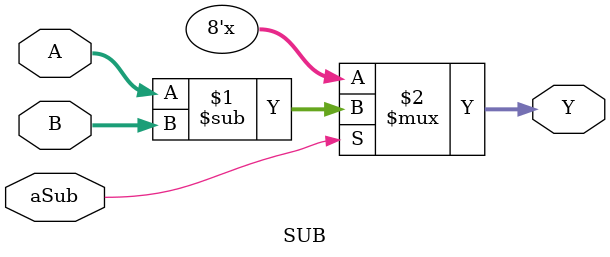
<source format=v>
module SUB(
	Y,
	A,
	B,
	aSub
);

output wire [7:0] Y;
input wire [3:0] A;
input wire [3:0] B;
input wire aSub;

assign Y = (aSub)? A-B : 8'bz;

endmodule

</source>
